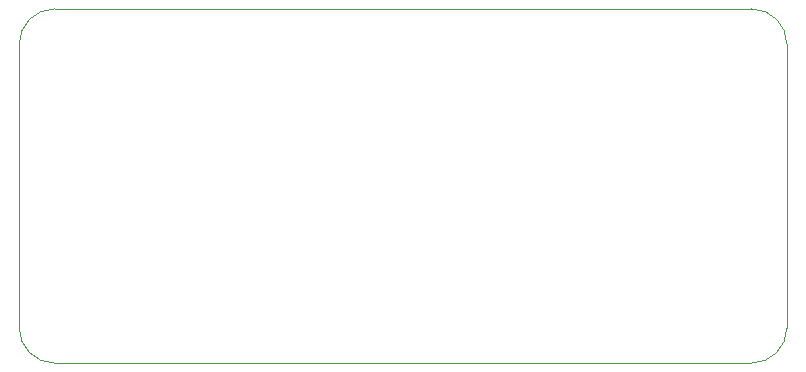
<source format=gbr>
G04 #@! TF.GenerationSoftware,KiCad,Pcbnew,5.0.1+dfsg1-3~bpo9+1*
G04 #@! TF.CreationDate,2018-12-04T00:42:53+01:00*
G04 #@! TF.ProjectId,wuhat,77756861742E6B696361645F70636200,rev?*
G04 #@! TF.SameCoordinates,Original*
G04 #@! TF.FileFunction,Profile,NP*
%FSLAX46Y46*%
G04 Gerber Fmt 4.6, Leading zero omitted, Abs format (unit mm)*
G04 Created by KiCad (PCBNEW 5.0.1+dfsg1-3~bpo9+1) date Tue 04 Dec 2018 12:42:53 AM CET*
%MOMM*%
%LPD*%
G01*
G04 APERTURE LIST*
%ADD10C,0.001000*%
G04 APERTURE END LIST*
D10*
X166600000Y-122730000D02*
X166600000Y-98730000D01*
X166600000Y-122730000D02*
G75*
G02X163600000Y-125730000I-3000000J0D01*
G01*
X104600000Y-125730000D02*
X163600000Y-125730000D01*
X104600000Y-125730000D02*
G75*
G02X101600000Y-122730000I0J3000000D01*
G01*
X101600000Y-98730000D02*
X101600000Y-122730000D01*
X101600000Y-98730000D02*
G75*
G02X104600000Y-95730000I3000000J0D01*
G01*
X163600000Y-95730000D02*
X104600000Y-95730000D01*
X163600000Y-95730000D02*
G75*
G02X166600000Y-98730000I0J-3000000D01*
G01*
M02*

</source>
